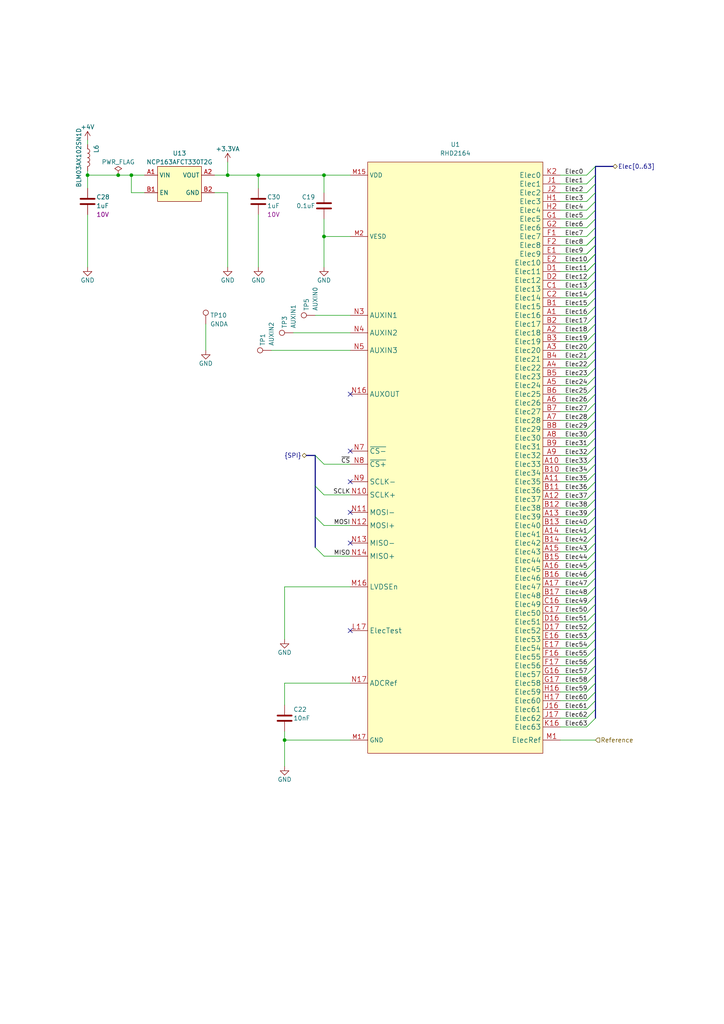
<source format=kicad_sch>
(kicad_sch (version 20211123) (generator eeschema)
  (paper "A4" portrait)
  (title_block (title "Headstage-RHS2116") (date "2021-12-16") (rev "A") (company "Open Ephys, Inc") (comment 1 "Jonathan P. Newman"))
  (lib_symbols
    (symbol "Connector:TestPoint" (pin_numbers hide) (pin_names (offset 0.762) hide)
      (property "Reference" "TP" (at 0 6.858 0))
      (property "Value" "TestPoint" (at 0 5.08 0))
      (symbol "TestPoint_0_1"
        (circle (center 0 3.302) (radius 0.762))
      )
      (symbol "TestPoint_1_1"
        (pin passive line (at 0 0 90) (length 2.54) (name "1") (number "1"))
      )
    )
    (symbol "Device:C" (pin_numbers hide) (pin_names (offset 0.254))
      (property "Reference" "C" (at 0.635 2.54 0))
      (property "Value" "C" (at 0.635 -2.54 0))
      (symbol "C_0_1"
        (polyline (pts (xy -2.032 -0.762) (xy 2.032 -0.762)) (stroke (width 0.508)))
        (polyline (pts (xy -2.032 0.762) (xy 2.032 0.762)) (stroke (width 0.508)))
      )
      (symbol "C_1_1"
        (pin passive line (at 0 3.81 270) (length 2.794) (name "~") (number "1"))
        (pin passive line (at 0 -3.81 90) (length 2.794) (name "~") (number "2"))
      )
    )
    (symbol "Device:L" (pin_numbers hide) (pin_names (offset 1.016) hide)
      (property "Reference" "L" (at -1.27 0 90))
      (property "Value" "L" (at 1.905 0 90))
      (symbol "L_0_1"
        (arc (start 0 -2.54) (mid 0.635 -1.905) (end 0 -1.27))
        (arc (start 0 -1.27) (mid 0.635 -0.635) (end 0 0))
        (arc (start 0 0) (mid 0.635 0.635) (end 0 1.27))
        (arc (start 0 1.27) (mid 0.635 1.905) (end 0 2.54))
      )
      (symbol "L_1_1"
        (pin passive line (at 0 3.81 270) (length 1.27) (name "1") (number "1"))
        (pin passive line (at 0 -3.81 90) (length 1.27) (name "2") (number "2"))
      )
    )
    (symbol "jonnew:LDO_EN"
      (property "Reference" "U" (at 0 8.89 0))
      (property "Value" "LDO_EN" (at 0 6.35 0))
      (symbol "LDO_EN_0_1"
        (rectangle (start -6.35 5.08) (end 6.35 -5.08) (stroke (width 0.1524)) (fill (type background)))
      )
      (symbol "LDO_EN_1_1"
        (pin power_in line (at -10.16 2.54 0) (length 3.81) (name "VIN") (number "A1"))
        (pin power_out line (at 10.16 2.54 180) (length 3.81) (name "VOUT") (number "A2"))
        (pin input line (at -10.16 -2.54 0) (length 3.81) (name "EN") (number "B1"))
        (pin power_in line (at 10.16 -2.54 180) (length 3.81) (name "GND") (number "B2"))
      )
    )
    (symbol "jonnew:RHD2164"
      (property "Reference" "U" (at 0 78.74 0))
      (property "Value" "RHD2164" (at 0 76.2 0))
      (symbol "RHD2164_0_1"
        (rectangle (start -25.4 74.93) (end 25.4 -96.52) (stroke (width 0.1524)) (fill (type background)))
      )
      (symbol "RHD2164_1_1"
        (pin input line (at 30.48 30.48 180) (length 5.08) (name "Elec16") (number "A1"))
        (pin input line (at 30.48 -12.7 180) (length 5.08) (name "Elec33") (number "A10"))
        (pin input line (at 30.48 -17.78 180) (length 5.08) (name "Elec35") (number "A11"))
        (pin input line (at 30.48 -22.86 180) (length 5.08) (name "Elec37") (number "A12"))
        (pin input line (at 30.48 -27.94 180) (length 5.08) (name "Elec39") (number "A13"))
        (pin input line (at 30.48 -33.02 180) (length 5.08) (name "Elec41") (number "A14"))
        (pin input line (at 30.48 -38.1 180) (length 5.08) (name "Elec43") (number "A15"))
        (pin input line (at 30.48 -43.18 180) (length 5.08) (name "Elec45") (number "A16"))
        (pin input line (at 30.48 -48.26 180) (length 5.08) (name "Elec47") (number "A17"))
        (pin input line (at 30.48 25.4 180) (length 5.08) (name "Elec18") (number "A2"))
        (pin input line (at 30.48 20.32 180) (length 5.08) (name "Elec20") (number "A3"))
        (pin input line (at 30.48 15.24 180) (length 5.08) (name "Elec22") (number "A4"))
        (pin input line (at 30.48 10.16 180) (length 5.08) (name "Elec24") (number "A5"))
        (pin input line (at 30.48 5.08 180) (length 5.08) (name "Elec26") (number "A6"))
        (pin input line (at 30.48 0 180) (length 5.08) (name "Elec28") (number "A7"))
        (pin input line (at 30.48 -5.08 180) (length 5.08) (name "Elec30") (number "A8"))
        (pin input line (at 30.48 -10.16 180) (length 5.08) (name "Elec32") (number "A9"))
        (pin input line (at 30.48 33.02 180) (length 5.08) (name "Elec15") (number "B1"))
        (pin input line (at 30.48 -15.24 180) (length 5.08) (name "Elec34") (number "B10"))
        (pin input line (at 30.48 -20.32 180) (length 5.08) (name "Elec36") (number "B11"))
        (pin input line (at 30.48 -25.4 180) (length 5.08) (name "Elec38") (number "B12"))
        (pin input line (at 30.48 -30.48 180) (length 5.08) (name "Elec40") (number "B13"))
        (pin input line (at 30.48 -35.56 180) (length 5.08) (name "Elec42") (number "B14"))
        (pin input line (at 30.48 -40.64 180) (length 5.08) (name "Elec44") (number "B15"))
        (pin input line (at 30.48 -45.72 180) (length 5.08) (name "Elec46") (number "B16"))
        (pin input line (at 30.48 -50.8 180) (length 5.08) (name "Elec48") (number "B17"))
        (pin input line (at 30.48 27.94 180) (length 5.08) (name "Elec17") (number "B2"))
        (pin input line (at 30.48 22.86 180) (length 5.08) (name "Elec19") (number "B3"))
        (pin input line (at 30.48 17.78 180) (length 5.08) (name "Elec21") (number "B4"))
        (pin input line (at 30.48 12.7 180) (length 5.08) (name "Elec23") (number "B5"))
        (pin input line (at 30.48 7.62 180) (length 5.08) (name "Elec25") (number "B6"))
        (pin input line (at 30.48 2.54 180) (length 5.08) (name "Elec27") (number "B7"))
        (pin input line (at 30.48 -2.54 180) (length 5.08) (name "Elec29") (number "B8"))
        (pin input line (at 30.48 -7.62 180) (length 5.08) (name "Elec31") (number "B9"))
        (pin input line (at 30.48 38.1 180) (length 5.08) (name "Elec13") (number "C1"))
        (pin input line (at 30.48 -53.34 180) (length 5.08) (name "Elec49") (number "C16"))
        (pin input line (at 30.48 -55.88 180) (length 5.08) (name "Elec50") (number "C17"))
        (pin input line (at 30.48 35.56 180) (length 5.08) (name "Elec14") (number "C2"))
        (pin input line (at 30.48 43.18 180) (length 5.08) (name "Elec11") (number "D1"))
        (pin input line (at 30.48 -58.42 180) (length 5.08) (name "Elec51") (number "D16"))
        (pin input line (at 30.48 -60.96 180) (length 5.08) (name "Elec52") (number "D17"))
        (pin input line (at 30.48 40.64 180) (length 5.08) (name "Elec12") (number "D2"))
        (pin input line (at 30.48 48.26 180) (length 5.08) (name "Elec9") (number "E1"))
        (pin input line (at 30.48 -63.5 180) (length 5.08) (name "Elec53") (number "E16"))
        (pin input line (at 30.48 -66.04 180) (length 5.08) (name "Elec54") (number "E17"))
        (pin input line (at 30.48 45.72 180) (length 5.08) (name "Elec10") (number "E2"))
        (pin input line (at 30.48 53.34 180) (length 5.08) (name "Elec7") (number "F1"))
        (pin input line (at 30.48 -68.58 180) (length 5.08) (name "Elec55") (number "F16"))
        (pin input line (at 30.48 -71.12 180) (length 5.08) (name "Elec56") (number "F17"))
        (pin input line (at 30.48 50.8 180) (length 5.08) (name "Elec8") (number "F2"))
        (pin input line (at 30.48 58.42 180) (length 5.08) (name "Elec5") (number "G1"))
        (pin input line (at 30.48 -73.66 180) (length 5.08) (name "Elec57") (number "G16"))
        (pin input line (at 30.48 -76.2 180) (length 5.08) (name "Elec58") (number "G17"))
        (pin input line (at 30.48 55.88 180) (length 5.08) (name "Elec6") (number "G2"))
        (pin input line (at 30.48 63.5 180) (length 5.08) (name "Elec3") (number "H1"))
        (pin input line (at 30.48 -78.74 180) (length 5.08) (name "Elec59") (number "H16"))
        (pin input line (at 30.48 -81.28 180) (length 5.08) (name "Elec60") (number "H17"))
        (pin input line (at 30.48 60.96 180) (length 5.08) (name "Elec4") (number "H2"))
        (pin input line (at 30.48 68.58 180) (length 5.08) (name "Elec1") (number "J1"))
        (pin input line (at 30.48 -83.82 180) (length 5.08) (name "Elec61") (number "J16"))
        (pin input line (at 30.48 -86.36 180) (length 5.08) (name "Elec62") (number "J17"))
        (pin input line (at 30.48 66.04 180) (length 5.08) (name "Elec2") (number "J2"))
        (pin input line (at 30.48 -88.9 180) (length 5.08) (name "Elec63") (number "K16"))
        (pin input line (at 30.48 71.12 180) (length 5.08) (name "Elec0") (number "K2"))
        (pin input line (at -30.48 -60.96 0) (length 5.08) (name "ElecTest") (number "L17"))
        (pin input line (at 30.48 -92.71 180) (length 5.08) (name "ElecRef") (number "M1"))
        (pin power_in line (at -30.48 71.12 0) (length 5.08) (name "VDD") (number "M15"))
        (pin input line (at -30.48 -48.26 0) (length 5.08) (name "LVDSEn") (number "M16"))
        (pin power_in line (at -30.48 -92.71 0) (length 5.08) (name "GND") (number "M17"))
        (pin power_in line (at -30.48 53.34 0) (length 5.08) (name "VESD") (number "M2"))
        (pin passive line (at -30.48 -92.71 0) (length 5.08) hide (name "GND") (number "N1"))
        (pin input line (at -30.48 -21.59 0) (length 5.08) (name "SCLK+") (number "N10"))
        (pin input line (at -30.48 -26.67 0) (length 5.08) (name "MOSI-") (number "N11"))
        (pin input line (at -30.48 -30.48 0) (length 5.08) (name "MOSI+") (number "N12"))
        (pin output line (at -30.48 -35.56 0) (length 5.08) (name "MISO-") (number "N13"))
        (pin output line (at -30.48 -39.37 0) (length 5.08) (name "MISO+") (number "N14"))
        (pin passive line (at -30.48 71.12 0) (length 5.08) hide (name "VDD") (number "N15"))
        (pin input line (at -30.48 7.62 0) (length 5.08) (name "AUXOUT") (number "N16"))
        (pin input line (at -30.48 -76.2 0) (length 5.08) (name "ADCRef") (number "N17"))
        (pin passive line (at -30.48 71.12 0) (length 5.08) hide (name "VDD") (number "N2"))
        (pin input line (at -30.48 30.48 0) (length 5.08) (name "AUXIN1") (number "N3"))
        (pin input line (at -30.48 25.4 0) (length 5.08) (name "AUXIN2") (number "N4"))
        (pin input line (at -30.48 20.32 0) (length 5.08) (name "AUXIN3") (number "N5"))
        (pin passive line (at -30.48 -92.71 0) (length 5.08) hide (name "GND") (number "N6"))
        (pin input line (at -30.48 -8.89 0) (length 5.08) (name "~{CS-}") (number "N7"))
        (pin input line (at -30.48 -12.7 0) (length 5.08) (name "~{CS+}") (number "N8"))
        (pin input line (at -30.48 -17.78 0) (length 5.08) (name "SCLK-") (number "N9"))
      )
    )
    (symbol "power:+3.3VA" (power) (pin_names (offset 0))
      (property "Value" "+3.3VA" (at 0 3.556 0))
      (symbol "+3.3VA_0_1"
        (polyline (pts (xy -0.762 1.27) (xy 0 2.54)))
        (polyline (pts (xy 0 0) (xy 0 2.54)))
        (polyline (pts (xy 0 2.54) (xy 0.762 1.27)))
      )
      (symbol "+3.3VA_1_1"
        (pin power_in line (at 0 0 90) (length 0) hide (name "+3.3VA") (number "1"))
      )
    )
    (symbol "power:+4V" (power) (pin_names (offset 0))
      (property "Value" "+4V" (at 0 3.556 0))
      (symbol "+4V_0_1"
        (polyline (pts (xy -0.762 1.27) (xy 0 2.54)))
        (polyline (pts (xy 0 0) (xy 0 2.54)))
        (polyline (pts (xy 0 2.54) (xy 0.762 1.27)))
      )
      (symbol "+4V_1_1"
        (pin power_in line (at 0 0 90) (length 0) hide (name "+4V") (number "1"))
      )
    )
    (symbol "power:GND" (power) (pin_names (offset 0))
      (property "Value" "GND" (at 0 -3.81 0))
      (symbol "GND_0_1"
        (polyline (pts (xy 0 0) (xy 0 -1.27) (xy 1.27 -1.27) (xy 0 -2.54) (xy -1.27 -1.27) (xy 0 -1.27)))
      )
      (symbol "GND_1_1"
        (pin power_in line (at 0 0 270) (length 0) hide (name "GND") (number "1"))
      )
    )
    (symbol "power:PWR_FLAG" (power) (pin_numbers hide) (pin_names (offset 0) hide)
      (property "Value" "PWR_FLAG" (at 0 3.81 0))
      (symbol "PWR_FLAG_0_0"
        (pin power_out line (at 0 0 90) (length 0) (name "pwr") (number "1"))
      )
      (symbol "PWR_FLAG_0_1"
        (polyline (pts (xy 0 0) (xy 0 1.27) (xy -1.016 1.905) (xy 0 2.54) (xy 1.016 1.905) (xy 0 1.27)))
      )
    )
  )
  (junction (at 93.98 50.8))
  (junction (at 74.93 50.8))
  (junction (at 34.29 50.8))
  (junction (at 25.4 50.8))
  (junction (at 82.55 214.63))
  (junction (at 66.04 50.8))
  (junction (at 38.1 50.8))
  (junction (at 93.98 68.58))
  (no_connect (at 101.6 114.3))
  (no_connect (at 101.6 182.88))
  (no_connect (at 101.6 157.48))
  (no_connect (at 101.6 139.7))
  (no_connect (at 101.6 130.81))
  (no_connect (at 101.6 148.59))
  (bus_entry (at 170.18 124.46) (size 2.54 -2.54))
  (bus_entry (at 170.18 203.2) (size 2.54 -2.54))
  (bus_entry (at 170.18 185.42) (size 2.54 -2.54))
  (bus_entry (at 91.44 149.86) (size 2.54 2.54))
  (bus_entry (at 170.18 177.8) (size 2.54 -2.54))
  (bus_entry (at 170.18 210.82) (size 2.54 -2.54))
  (bus_entry (at 170.18 165.1) (size 2.54 -2.54))
  (bus_entry (at 91.44 158.75) (size 2.54 2.54))
  (bus_entry (at 170.18 152.4) (size 2.54 -2.54))
  (bus_entry (at 170.18 142.24) (size 2.54 -2.54))
  (bus_entry (at 170.18 167.64) (size 2.54 -2.54))
  (bus_entry (at 170.18 208.28) (size 2.54 -2.54))
  (bus_entry (at 170.18 109.22) (size 2.54 -2.54))
  (bus_entry (at 170.18 111.76) (size 2.54 -2.54))
  (bus_entry (at 170.18 73.66) (size 2.54 -2.54))
  (bus_entry (at 170.18 193.04) (size 2.54 -2.54))
  (bus_entry (at 170.18 114.3) (size 2.54 -2.54))
  (bus_entry (at 170.18 175.26) (size 2.54 -2.54))
  (bus_entry (at 170.18 116.84) (size 2.54 -2.54))
  (bus_entry (at 170.18 129.54) (size 2.54 -2.54))
  (bus_entry (at 170.18 78.74) (size 2.54 -2.54))
  (bus_entry (at 170.18 137.16) (size 2.54 -2.54))
  (bus_entry (at 170.18 190.5) (size 2.54 -2.54))
  (bus_entry (at 170.18 139.7) (size 2.54 -2.54))
  (bus_entry (at 170.18 172.72) (size 2.54 -2.54))
  (bus_entry (at 170.18 104.14) (size 2.54 -2.54))
  (bus_entry (at 170.18 132.08) (size 2.54 -2.54))
  (bus_entry (at 170.18 96.52) (size 2.54 -2.54))
  (bus_entry (at 170.18 88.9) (size 2.54 -2.54))
  (bus_entry (at 170.18 73.66) (size 2.54 -2.54))
  (bus_entry (at 170.18 76.2) (size 2.54 -2.54))
  (bus_entry (at 170.18 83.82) (size 2.54 -2.54))
  (bus_entry (at 170.18 86.36) (size 2.54 -2.54))
  (bus_entry (at 170.18 78.74) (size 2.54 -2.54))
  (bus_entry (at 170.18 81.28) (size 2.54 -2.54))
  (bus_entry (at 170.18 60.96) (size 2.54 -2.54))
  (bus_entry (at 170.18 68.58) (size 2.54 -2.54))
  (bus_entry (at 170.18 66.04) (size 2.54 -2.54))
  (bus_entry (at 170.18 50.8) (size 2.54 -2.54))
  (bus_entry (at 170.18 53.34) (size 2.54 -2.54))
  (bus_entry (at 170.18 55.88) (size 2.54 -2.54))
  (bus_entry (at 170.18 58.42) (size 2.54 -2.54))
  (bus_entry (at 170.18 71.12) (size 2.54 -2.54))
  (bus_entry (at 170.18 195.58) (size 2.54 -2.54))
  (bus_entry (at 170.18 154.94) (size 2.54 -2.54))
  (bus_entry (at 170.18 144.78) (size 2.54 -2.54))
  (bus_entry (at 170.18 200.66) (size 2.54 -2.54))
  (bus_entry (at 170.18 182.88) (size 2.54 -2.54))
  (bus_entry (at 91.44 140.97) (size 2.54 2.54))
  (bus_entry (at 170.18 162.56) (size 2.54 -2.54))
  (bus_entry (at 170.18 205.74) (size 2.54 -2.54))
  (bus_entry (at 170.18 106.68) (size 2.54 -2.54))
  (bus_entry (at 170.18 180.34) (size 2.54 -2.54))
  (bus_entry (at 170.18 147.32) (size 2.54 -2.54))
  (bus_entry (at 170.18 160.02) (size 2.54 -2.54))
  (bus_entry (at 170.18 71.12) (size 2.54 -2.54))
  (bus_entry (at 170.18 91.44) (size 2.54 -2.54))
  (bus_entry (at 170.18 63.5) (size 2.54 -2.54))
  (bus_entry (at 170.18 93.98) (size 2.54 -2.54))
  (bus_entry (at 170.18 76.2) (size 2.54 -2.54))
  (bus_entry (at 170.18 187.96) (size 2.54 -2.54))
  (bus_entry (at 170.18 99.06) (size 2.54 -2.54))
  (bus_entry (at 170.18 198.12) (size 2.54 -2.54))
  (bus_entry (at 91.44 132.08) (size 2.54 2.54))
  (bus_entry (at 170.18 134.62) (size 2.54 -2.54))
  (bus_entry (at 170.18 149.86) (size 2.54 -2.54))
  (bus_entry (at 170.18 170.18) (size 2.54 -2.54))
  (bus_entry (at 170.18 101.6) (size 2.54 -2.54))
  (bus_entry (at 170.18 119.38) (size 2.54 -2.54))
  (bus_entry (at 170.18 127) (size 2.54 -2.54))
  (bus_entry (at 170.18 157.48) (size 2.54 -2.54))
  (bus_entry (at 170.18 121.92) (size 2.54 -2.54))
  (bus (pts (xy 172.72 200.66) (xy 172.72 203.2)))
  (bus (pts (xy 172.72 165.1) (xy 172.72 167.64)))
  (bus (pts (xy 91.44 132.08) (xy 91.44 140.97)))
  (wire (pts (xy 162.56 190.5) (xy 170.18 190.5)))
  (wire (pts (xy 162.56 91.44) (xy 170.18 91.44)))
  (wire (pts (xy 162.56 160.02) (xy 170.18 160.02)))
  (wire (pts (xy 162.56 142.24) (xy 170.18 142.24)))
  (wire (pts (xy 162.56 180.34) (xy 170.18 180.34)))
  (wire (pts (xy 162.56 177.8) (xy 170.18 177.8)))
  (wire (pts (xy 93.98 68.58) (xy 93.98 77.47)))
  (bus (pts (xy 172.72 101.6) (xy 172.72 104.14)))
  (wire (pts (xy 162.56 121.92) (xy 170.18 121.92)))
  (wire (pts (xy 162.56 127) (xy 170.18 127)))
  (wire (pts (xy 66.04 77.47) (xy 66.04 55.88)))
  (wire (pts (xy 162.56 132.08) (xy 170.18 132.08)))
  (bus (pts (xy 172.72 96.52) (xy 172.72 99.06)))
  (wire (pts (xy 162.56 68.58) (xy 170.18 68.58)))
  (wire (pts (xy 162.56 193.04) (xy 170.18 193.04)))
  (bus (pts (xy 172.72 137.16) (xy 172.72 139.7)))
  (bus (pts (xy 172.72 195.58) (xy 172.72 198.12)))
  (bus (pts (xy 172.72 116.84) (xy 172.72 119.38)))
  (bus (pts (xy 88.9 132.08) (xy 91.44 132.08)))
  (wire (pts (xy 66.04 50.8) (xy 74.93 50.8)))
  (wire (pts (xy 162.56 214.63) (xy 172.72 214.63)))
  (wire (pts (xy 162.56 208.28) (xy 170.18 208.28)))
  (wire (pts (xy 162.56 144.78) (xy 170.18 144.78)))
  (wire (pts (xy 162.56 172.72) (xy 170.18 172.72)))
  (wire (pts (xy 41.91 55.88) (xy 38.1 55.88)))
  (wire (pts (xy 25.4 50.8) (xy 25.4 54.61)))
  (bus (pts (xy 172.72 180.34) (xy 172.72 182.88)))
  (wire (pts (xy 162.56 60.96) (xy 170.18 60.96)))
  (wire (pts (xy 162.56 111.76) (xy 170.18 111.76)))
  (wire (pts (xy 162.56 96.52) (xy 170.18 96.52)))
  (bus (pts (xy 172.72 106.68) (xy 172.72 109.22)))
  (wire (pts (xy 162.56 93.98) (xy 170.18 93.98)))
  (bus (pts (xy 172.72 93.98) (xy 172.72 96.52)))
  (wire (pts (xy 93.98 152.4) (xy 101.6 152.4)))
  (wire (pts (xy 162.56 139.7) (xy 170.18 139.7)))
  (wire (pts (xy 162.56 187.96) (xy 170.18 187.96)))
  (wire (pts (xy 93.98 143.51) (xy 101.6 143.51)))
  (wire (pts (xy 162.56 116.84) (xy 170.18 116.84)))
  (wire (pts (xy 82.55 212.09) (xy 82.55 214.63)))
  (wire (pts (xy 162.56 200.66) (xy 170.18 200.66)))
  (wire (pts (xy 162.56 71.12) (xy 170.18 71.12)))
  (wire (pts (xy 162.56 99.06) (xy 170.18 99.06)))
  (bus (pts (xy 172.72 177.8) (xy 172.72 180.34)))
  (wire (pts (xy 162.56 86.36) (xy 170.18 86.36)))
  (bus (pts (xy 172.72 142.24) (xy 172.72 144.78)))
  (wire (pts (xy 74.93 62.23) (xy 74.93 77.47)))
  (wire (pts (xy 25.4 40.64) (xy 25.4 41.91)))
  (wire (pts (xy 162.56 55.88) (xy 170.18 55.88)))
  (wire (pts (xy 162.56 104.14) (xy 170.18 104.14)))
  (wire (pts (xy 162.56 165.1) (xy 170.18 165.1)))
  (wire (pts (xy 162.56 205.74) (xy 170.18 205.74)))
  (wire (pts (xy 66.04 46.99) (xy 66.04 50.8)))
  (bus (pts (xy 172.72 86.36) (xy 172.72 88.9)))
  (wire (pts (xy 162.56 83.82) (xy 170.18 83.82)))
  (wire (pts (xy 82.55 198.12) (xy 101.6 198.12)))
  (wire (pts (xy 162.56 73.66) (xy 170.18 73.66)))
  (bus (pts (xy 172.72 198.12) (xy 172.72 200.66)))
  (wire (pts (xy 78.74 101.6) (xy 101.6 101.6)))
  (wire (pts (xy 162.56 129.54) (xy 170.18 129.54)))
  (wire (pts (xy 59.69 93.98) (xy 59.69 101.6)))
  (wire (pts (xy 74.93 50.8) (xy 74.93 54.61)))
  (wire (pts (xy 93.98 50.8) (xy 93.98 55.88)))
  (wire (pts (xy 93.98 50.8) (xy 101.6 50.8)))
  (wire (pts (xy 162.56 66.04) (xy 170.18 66.04)))
  (wire (pts (xy 162.56 124.46) (xy 170.18 124.46)))
  (bus (pts (xy 172.72 170.18) (xy 172.72 172.72)))
  (bus (pts (xy 172.72 132.08) (xy 172.72 134.62)))
  (bus (pts (xy 172.72 111.76) (xy 172.72 114.3)))
  (wire (pts (xy 162.56 119.38) (xy 170.18 119.38)))
  (wire (pts (xy 85.09 96.52) (xy 101.6 96.52)))
  (bus (pts (xy 172.72 134.62) (xy 172.72 137.16)))
  (wire (pts (xy 162.56 147.32) (xy 170.18 147.32)))
  (wire (pts (xy 25.4 62.23) (xy 25.4 77.47)))
  (wire (pts (xy 162.56 162.56) (xy 170.18 162.56)))
  (wire (pts (xy 162.56 157.48) (xy 170.18 157.48)))
  (wire (pts (xy 162.56 203.2) (xy 170.18 203.2)))
  (wire (pts (xy 93.98 161.29) (xy 101.6 161.29)))
  (wire (pts (xy 93.98 63.5) (xy 93.98 68.58)))
  (bus (pts (xy 172.72 147.32) (xy 172.72 149.86)))
  (wire (pts (xy 162.56 81.28) (xy 170.18 81.28)))
  (wire (pts (xy 162.56 175.26) (xy 170.18 175.26)))
  (wire (pts (xy 82.55 214.63) (xy 82.55 222.25)))
  (wire (pts (xy 162.56 63.5) (xy 170.18 63.5)))
  (wire (pts (xy 162.56 114.3) (xy 170.18 114.3)))
  (bus (pts (xy 172.72 175.26) (xy 172.72 177.8)))
  (bus (pts (xy 172.72 205.74) (xy 172.72 208.28)))
  (wire (pts (xy 162.56 78.74) (xy 170.18 78.74)))
  (bus (pts (xy 172.72 187.96) (xy 172.72 190.5)))
  (wire (pts (xy 162.56 134.62) (xy 170.18 134.62)))
  (bus (pts (xy 172.72 119.38) (xy 172.72 121.92)))
  (wire (pts (xy 62.23 55.88) (xy 66.04 55.88)))
  (wire (pts (xy 162.56 195.58) (xy 170.18 195.58)))
  (bus (pts (xy 172.72 99.06) (xy 172.72 101.6)))
  (bus (pts (xy 172.72 152.4) (xy 172.72 154.94)))
  (wire (pts (xy 162.56 152.4) (xy 170.18 152.4)))
  (bus (pts (xy 172.72 154.94) (xy 172.72 157.48)))
  (bus (pts (xy 172.72 167.64) (xy 172.72 170.18)))
  (bus (pts (xy 172.72 162.56) (xy 172.72 165.1)))
  (bus (pts (xy 172.72 193.04) (xy 172.72 195.58)))
  (wire (pts (xy 162.56 185.42) (xy 170.18 185.42)))
  (bus (pts (xy 172.72 157.48) (xy 172.72 160.02)))
  (bus (pts (xy 172.72 149.86) (xy 172.72 152.4)))
  (wire (pts (xy 62.23 50.8) (xy 66.04 50.8)))
  (bus (pts (xy 172.72 182.88) (xy 172.72 185.42)))
  (wire (pts (xy 162.56 50.8) (xy 170.18 50.8)))
  (bus (pts (xy 172.72 91.44) (xy 172.72 93.98)))
  (wire (pts (xy 162.56 76.2) (xy 170.18 76.2)))
  (wire (pts (xy 162.56 88.9) (xy 170.18 88.9)))
  (bus (pts (xy 172.72 203.2) (xy 172.72 205.74)))
  (bus (pts (xy 172.72 172.72) (xy 172.72 175.26)))
  (wire (pts (xy 82.55 170.18) (xy 82.55 185.42)))
  (wire (pts (xy 91.44 91.44) (xy 101.6 91.44)))
  (wire (pts (xy 82.55 214.63) (xy 101.6 214.63)))
  (bus (pts (xy 172.72 185.42) (xy 172.72 187.96)))
  (wire (pts (xy 34.29 50.8) (xy 38.1 50.8)))
  (bus (pts (xy 172.72 139.7) (xy 172.72 142.24)))
  (wire (pts (xy 162.56 58.42) (xy 170.18 58.42)))
  (wire (pts (xy 162.56 167.64) (xy 170.18 167.64)))
  (wire (pts (xy 162.56 170.18) (xy 170.18 170.18)))
  (wire (pts (xy 25.4 50.8) (xy 34.29 50.8)))
  (wire (pts (xy 93.98 68.58) (xy 101.6 68.58)))
  (bus (pts (xy 172.72 127) (xy 172.72 129.54)))
  (wire (pts (xy 162.56 154.94) (xy 170.18 154.94)))
  (wire (pts (xy 38.1 50.8) (xy 38.1 55.88)))
  (bus (pts (xy 172.72 109.22) (xy 172.72 111.76)))
  (wire (pts (xy 82.55 170.18) (xy 101.6 170.18)))
  (wire (pts (xy 82.55 204.47) (xy 82.55 198.12)))
  (wire (pts (xy 162.56 149.86) (xy 170.18 149.86)))
  (bus (pts (xy 91.44 149.86) (xy 91.44 158.75)))
  (bus (pts (xy 172.72 88.9) (xy 172.72 91.44)))
  (bus (pts (xy 172.72 48.26) (xy 177.8 48.26)))
  (bus (pts (xy 172.72 73.66) (xy 172.72 71.12)))
  (bus (pts (xy 172.72 76.2) (xy 172.72 73.66)))
  (bus (pts (xy 172.72 83.82) (xy 172.72 81.28)))
  (bus (pts (xy 172.72 86.36) (xy 172.72 83.82)))
  (bus (pts (xy 172.72 81.28) (xy 172.72 78.74)))
  (bus (pts (xy 172.72 78.74) (xy 172.72 76.2)))
  (bus (pts (xy 172.72 58.42) (xy 172.72 55.88)))
  (bus (pts (xy 172.72 60.96) (xy 172.72 58.42)))
  (bus (pts (xy 172.72 63.5) (xy 172.72 60.96)))
  (bus (pts (xy 172.72 71.12) (xy 172.72 68.58)))
  (bus (pts (xy 172.72 66.04) (xy 172.72 63.5)))
  (bus (pts (xy 172.72 68.58) (xy 172.72 66.04)))
  (bus (pts (xy 172.72 53.34) (xy 172.72 50.8)))
  (bus (pts (xy 172.72 50.8) (xy 172.72 48.26)))
  (bus (pts (xy 172.72 55.88) (xy 172.72 53.34)))
  (wire (pts (xy 25.4 49.53) (xy 25.4 50.8)))
  (bus (pts (xy 172.72 190.5) (xy 172.72 193.04)))
  (bus (pts (xy 172.72 121.92) (xy 172.72 124.46)))
  (bus (pts (xy 172.72 104.14) (xy 172.72 106.68)))
  (bus (pts (xy 91.44 140.97) (xy 91.44 149.86)))
  (wire (pts (xy 162.56 106.68) (xy 170.18 106.68)))
  (wire (pts (xy 162.56 198.12) (xy 170.18 198.12)))
  (wire (pts (xy 162.56 210.82) (xy 170.18 210.82)))
  (bus (pts (xy 172.72 114.3) (xy 172.72 116.84)))
  (wire (pts (xy 162.56 101.6) (xy 170.18 101.6)))
  (wire (pts (xy 93.98 134.62) (xy 101.6 134.62)))
  (bus (pts (xy 172.72 129.54) (xy 172.72 132.08)))
  (wire (pts (xy 162.56 182.88) (xy 170.18 182.88)))
  (bus (pts (xy 172.72 160.02) (xy 172.72 162.56)))
  (wire (pts (xy 74.93 50.8) (xy 93.98 50.8)))
  (bus (pts (xy 172.72 124.46) (xy 172.72 127)))
  (wire (pts (xy 162.56 53.34) (xy 170.18 53.34)))
  (wire (pts (xy 38.1 50.8) (xy 41.91 50.8)))
  (wire (pts (xy 162.56 109.22) (xy 170.18 109.22)))
  (bus (pts (xy 172.72 144.78) (xy 172.72 147.32)))
  (wire (pts (xy 162.56 137.16) (xy 170.18 137.16)))
  (label "Elec60" (at 163.83 203.2 0))
  (label "Elec31" (at 163.83 129.54 0))
  (label "Elec15" (at 163.83 88.9 0))
  (label "Elec3" (at 163.83 58.42 0))
  (label "Elec36" (at 163.83 142.24 0))
  (label "Elec59" (at 163.83 200.66 0))
  (label "Elec35" (at 163.83 139.7 0))
  (label "Elec19" (at 163.83 99.06 0))
  (label "Elec54" (at 163.83 187.96 0))
  (label "Elec51" (at 163.83 180.34 0))
  (label "Elec38" (at 163.83 147.32 0))
  (label "Elec41" (at 163.83 154.94 0))
  (label "Elec17" (at 163.83 93.98 0))
  (label "Elec33" (at 163.83 134.62 0))
  (label "Elec13" (at 163.83 83.82 0))
  (label "Elec30" (at 163.83 127 0))
  (label "Elec45" (at 163.83 165.1 0))
  (label "Elec53" (at 163.83 185.42 0))
  (label "Elec52" (at 163.83 182.88 0))
  (label "Elec44" (at 163.83 162.56 0))
  (label "Elec40" (at 163.83 152.4 0))
  (label "Elec0" (at 163.83 50.8 0))
  (label "Elec11" (at 163.83 78.74 0))
  (label "Elec28" (at 163.83 121.92 0))
  (label "MISO" (at 101.6 161.29 180))
  (label "Elec46" (at 163.83 167.64 0))
  (label "Elec43" (at 163.83 160.02 0))
  (label "Elec39" (at 163.83 149.86 0))
  (label "Elec37" (at 163.83 144.78 0))
  (label "Elec56" (at 163.83 193.04 0))
  (label "Elec16" (at 163.83 91.44 0))
  (label "Elec18" (at 163.83 96.52 0))
  (label "Elec25" (at 163.83 114.3 0))
  (label "Elec21" (at 163.83 104.14 0))
  (label "SCLK" (at 101.6 143.51 180))
  (label "Elec27" (at 163.83 119.38 0))
  (label "Elec26" (at 163.83 116.84 0))
  (label "Elec55" (at 163.83 190.5 0))
  (label "Elec34" (at 163.83 137.16 0))
  (label "Elec20" (at 163.83 101.6 0))
  (label "Elec57" (at 163.83 195.58 0))
  (label "Elec8" (at 163.83 71.12 0))
  (label "Elec47" (at 163.83 170.18 0))
  (label "Elec49" (at 163.83 175.26 0))
  (label "Elec2" (at 163.83 55.88 0))
  (label "Elec58" (at 163.83 198.12 0))
  (label "Elec10" (at 163.83 76.2 0))
  (label "Elec42" (at 163.83 157.48 0))
  (label "~{CS}" (at 101.6 134.62 180))
  (label "Elec5" (at 163.83 63.5 0))
  (label "MOSI" (at 101.6 152.4 180))
  (label "Elec14" (at 163.83 86.36 0))
  (label "Elec29" (at 163.83 124.46 0))
  (label "Elec22" (at 163.83 106.68 0))
  (label "Elec1" (at 163.83 53.34 0))
  (label "Elec4" (at 163.83 60.96 0))
  (label "Elec62" (at 163.83 208.28 0))
  (label "Elec61" (at 163.83 205.74 0))
  (label "Elec50" (at 163.83 177.8 0))
  (label "Elec48" (at 163.83 172.72 0))
  (label "Elec7" (at 163.83 68.58 0))
  (label "Elec6" (at 163.83 66.04 0))
  (label "Elec63" (at 163.83 210.82 0))
  (label "Elec24" (at 163.83 111.76 0))
  (label "Elec9" (at 163.83 73.66 0))
  (label "Elec12" (at 163.83 81.28 0))
  (label "Elec23" (at 163.83 109.22 0))
  (label "Elec32" (at 163.83 132.08 0))
  (hierarchical_label "Elec[0..63]" (shape bidirectional) (at 177.8 48.26 0))
  (hierarchical_label "{SPI}" (shape bidirectional) (at 88.9 132.08 180))
  (hierarchical_label "Reference" (shape input) (at 172.72 214.63 0))
  (symbol (lib_id "Device:C") (at 93.98 59.69 0) (mirror y) (unit 1)
    (property "Reference" "C19" (at 91.44 57.15 0) (effects (justify left)))
    (property "Value" "0.1uF" (at 91.44 59.69 0) (effects (justify left)))
    (property "Footprint" "Capacitor_SMD:C_0201_0603Metric" (effects hide))
  )
  (symbol (lib_id "Connector:TestPoint") (at 91.44 91.44 90) (unit 1) (in_bom no)
    (property "Reference" "TP5" (at 88.9 90.17 0) (effects (justify left)))
    (property "Value" "AUXIN0" (at 91.44 90.17 0) (effects (justify left)))
    (property "Footprint" "jonnew:TestPoint_Pad_D0.6mm" (effects hide))
  )
  (symbol (lib_id "jonnew:LDO_EN") (at 52.07 53.34 0) (unit 1)
    (property "Reference" "U13" (at 52.07 44.45 0))
    (property "Value" "NCP163AFCT330T2G" (at 52.07 46.99 0))
    (property "Footprint" "jonnew:ONSEMI_567JZ_WLCSP4-0.64x0.64" (effects hide))
  )
  (symbol (lib_id "Device:C") (at 25.4 58.42 0) (unit 1)
    (property "Reference" "C28" (at 27.94 57.15 0) (effects (justify left)))
    (property "Value" "1uF" (at 27.94 59.69 0) (effects (justify left)))
    (property "Footprint" "Capacitor_SMD:C_0201_0603Metric" (effects hide))
    (property "Voltage" "10V" (at 27.94 62.23 0) (effects (justify left)))
  )
  (symbol (lib_id "power:+4V") (at 25.4 40.64 0) (unit 1)
    (property "Reference" "#PWR0155" (effects hide))
    (property "Value" "+4V" (at 25.4 36.83 0))
  )
  (symbol (lib_id "power:+3.3VA") (at 66.04 46.99 0) (unit 1)
    (property "Reference" "#PWR0162" (effects hide))
    (property "Value" "+3.3VA" (at 66.04 43.18 0))
  )
  (symbol (lib_id "power:GND") (at 82.55 185.42 0) (unit 1)
    (property "Reference" "#PWR0164" (effects hide))
    (property "Value" "GND" (at 82.55 189.23 0))
  )
  (symbol (lib_id "jonnew:RHD2164") (at 132.08 121.92 0) (unit 1)
    (property "Reference" "U1" (at 132.08 41.91 0))
    (property "Value" "RHD2164" (at 132.08 44.45 0))
    (property "Footprint" "jonnew:INTAN_BGA-100_17x13_9.0x7.0mm" (effects hide))
  )
  (symbol (lib_id "power:GND") (at 93.98 77.47 0) (unit 1)
    (property "Reference" "#PWR0157" (effects hide))
    (property "Value" "GND" (at 93.98 81.28 0))
  )
  (symbol (lib_id "power:PWR_FLAG") (at 34.29 50.8 0) (mirror y) (unit 1)
    (property "Reference" "#FLG0106" (effects hide))
    (property "Value" "PWR_FLAG" (at 34.29 46.99 0))
  )
  (symbol (lib_id "Connector:TestPoint") (at 78.74 101.6 90) (unit 1) (in_bom no)
    (property "Reference" "TP1" (at 76.2 100.33 0) (effects (justify left)))
    (property "Value" "AUXIN2" (at 78.74 100.33 0) (effects (justify left)))
    (property "Footprint" "jonnew:TestPoint_Pad_D0.6mm" (effects hide))
  )
  (symbol (lib_id "Device:C") (at 82.55 208.28 0) (unit 1)
    (property "Reference" "C22" (at 85.09 205.74 0) (effects (justify left)))
    (property "Value" "10nF" (at 85.09 208.28 0) (effects (justify left)))
    (property "Footprint" "Capacitor_SMD:C_0201_0603Metric" (effects hide))
  )
  (symbol (lib_id "power:GND") (at 74.93 77.47 0) (unit 1)
    (property "Reference" "#PWR0156" (effects hide))
    (property "Value" "GND" (at 74.93 81.28 0))
  )
  (symbol (lib_id "Device:L") (at 25.4 45.72 0) (unit 1)
    (property "Reference" "L6" (at 27.94 43.18 90))
    (property "Value" "BLM03AX102SN1D" (at 22.86 45.72 90))
    (property "Footprint" "Inductor_SMD:L_0201_0603Metric" (effects hide))
  )
  (symbol (lib_id "Connector:TestPoint") (at 59.69 93.98 0) (unit 1) (in_bom no)
    (property "Reference" "TP10" (at 60.96 91.44 0) (effects (justify left)))
    (property "Value" "GNDA" (at 60.96 93.98 0) (effects (justify left)))
    (property "Footprint" "jonnew:TestPoint_Pad_D0.6mm" (effects hide))
  )
  (symbol (lib_id "power:GND") (at 25.4 77.47 0) (unit 1)
    (property "Reference" "#PWR0122" (effects hide))
    (property "Value" "GND" (at 25.4 81.28 0))
  )
  (symbol (lib_id "power:GND") (at 82.55 222.25 0) (unit 1)
    (property "Reference" "#PWR0163" (effects hide))
    (property "Value" "GND" (at 82.55 226.06 0))
  )
  (symbol (lib_id "Connector:TestPoint") (at 85.09 96.52 90) (unit 1) (in_bom no)
    (property "Reference" "TP3" (at 82.55 95.25 0) (effects (justify left)))
    (property "Value" "AUXIN1" (at 85.09 95.25 0) (effects (justify left)))
    (property "Footprint" "jonnew:TestPoint_Pad_D0.6mm" (effects hide))
  )
  (symbol (lib_id "Device:C") (at 74.93 58.42 0) (unit 1)
    (property "Reference" "C30" (at 77.47 57.15 0) (effects (justify left)))
    (property "Value" "1uF" (at 77.47 59.69 0) (effects (justify left)))
    (property "Footprint" "Capacitor_SMD:C_0201_0603Metric" (effects hide))
    (property "Voltage" "10V" (at 77.47 62.23 0) (effects (justify left)))
  )
  (symbol (lib_id "power:GND") (at 66.04 77.47 0) (unit 1)
    (property "Reference" "#PWR0123" (effects hide))
    (property "Value" "GND" (at 66.04 81.28 0))
  )
  (symbol (lib_id "power:GND") (at 59.69 101.6 0) (mirror y) (unit 1)
    (property "Reference" "#PWR0158" (effects hide))
    (property "Value" "GND" (at 59.69 105.41 0))
  )
)
</source>
